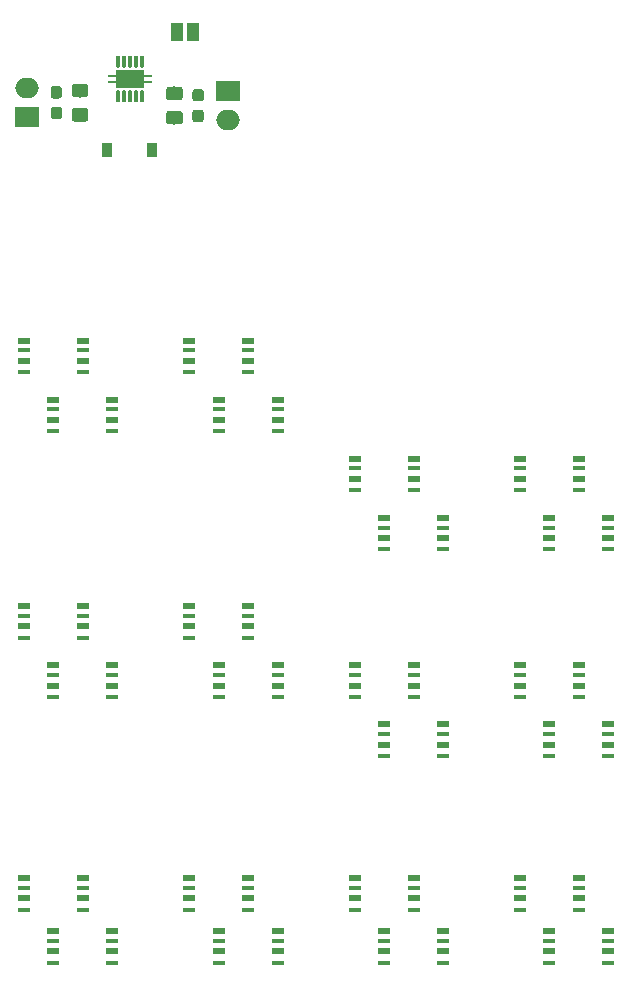
<source format=gts>
G04 #@! TF.GenerationSoftware,KiCad,Pcbnew,(5.0.0)*
G04 #@! TF.CreationDate,2018-11-23T13:39:21+09:00*
G04 #@! TF.ProjectId,LED_hachune_2,4C45445F68616368756E655F322E6B69,rev?*
G04 #@! TF.SameCoordinates,Original*
G04 #@! TF.FileFunction,Soldermask,Top*
G04 #@! TF.FilePolarity,Negative*
%FSLAX46Y46*%
G04 Gerber Fmt 4.6, Leading zero omitted, Abs format (unit mm)*
G04 Created by KiCad (PCBNEW (5.0.0)) date 11/23/18 13:39:21*
%MOMM*%
%LPD*%
G01*
G04 APERTURE LIST*
%ADD10R,1.000000X0.500000*%
%ADD11R,1.000000X0.350000*%
%ADD12R,1.000000X0.600000*%
%ADD13R,1.000000X0.450000*%
%ADD14C,0.100000*%
%ADD15C,0.950000*%
%ADD16R,2.000000X1.700000*%
%ADD17O,2.000000X1.700000*%
%ADD18C,0.600000*%
%ADD19O,0.420000X0.990000*%
%ADD20R,0.420000X0.420000*%
%ADD21R,2.400000X1.650000*%
%ADD22R,1.050000X0.680000*%
%ADD23R,0.500000X0.260000*%
%ADD24R,0.700000X0.280000*%
%ADD25C,1.150000*%
%ADD26R,1.000000X1.500000*%
%ADD27R,0.900000X1.300000*%
G04 APERTURE END LIST*
D10*
G04 #@! TO.C,D37*
X102750000Y-124150000D03*
D11*
X102750000Y-124975000D03*
D12*
X102750000Y-125850000D03*
D13*
X102750000Y-126825000D03*
G04 #@! TD*
G04 #@! TO.C,D38*
X102750000Y-108825000D03*
D12*
X102750000Y-107850000D03*
D11*
X102750000Y-106975000D03*
D10*
X102750000Y-106150000D03*
G04 #@! TD*
G04 #@! TO.C,D39*
X102750000Y-88650000D03*
D11*
X102750000Y-89475000D03*
D12*
X102750000Y-90350000D03*
D13*
X102750000Y-91325000D03*
G04 #@! TD*
G04 #@! TO.C,D40*
X105250000Y-131325000D03*
D12*
X105250000Y-130350000D03*
D11*
X105250000Y-129475000D03*
D10*
X105250000Y-128650000D03*
G04 #@! TD*
G04 #@! TO.C,D41*
X105250000Y-111150000D03*
D11*
X105250000Y-111975000D03*
D12*
X105250000Y-112850000D03*
D13*
X105250000Y-113825000D03*
G04 #@! TD*
G04 #@! TO.C,D42*
X105250000Y-96325000D03*
D12*
X105250000Y-95350000D03*
D11*
X105250000Y-94475000D03*
D10*
X105250000Y-93650000D03*
G04 #@! TD*
D13*
G04 #@! TO.C,D43*
X107750000Y-126825000D03*
D12*
X107750000Y-125850000D03*
D11*
X107750000Y-124975000D03*
D10*
X107750000Y-124150000D03*
G04 #@! TD*
G04 #@! TO.C,D44*
X107750000Y-106150000D03*
D11*
X107750000Y-106975000D03*
D12*
X107750000Y-107850000D03*
D13*
X107750000Y-108825000D03*
G04 #@! TD*
G04 #@! TO.C,D45*
X107750000Y-91325000D03*
D12*
X107750000Y-90350000D03*
D11*
X107750000Y-89475000D03*
D10*
X107750000Y-88650000D03*
G04 #@! TD*
G04 #@! TO.C,D46*
X110250000Y-128650000D03*
D11*
X110250000Y-129475000D03*
D12*
X110250000Y-130350000D03*
D13*
X110250000Y-131325000D03*
G04 #@! TD*
G04 #@! TO.C,D47*
X110250000Y-113825000D03*
D12*
X110250000Y-112850000D03*
D11*
X110250000Y-111975000D03*
D10*
X110250000Y-111150000D03*
G04 #@! TD*
G04 #@! TO.C,D48*
X110250000Y-93650000D03*
D11*
X110250000Y-94475000D03*
D12*
X110250000Y-95350000D03*
D13*
X110250000Y-96325000D03*
G04 #@! TD*
G04 #@! TO.C,D36*
X96250000Y-96325000D03*
D12*
X96250000Y-95350000D03*
D11*
X96250000Y-94475000D03*
D10*
X96250000Y-93650000D03*
G04 #@! TD*
G04 #@! TO.C,D35*
X96250000Y-111150000D03*
D11*
X96250000Y-111975000D03*
D12*
X96250000Y-112850000D03*
D13*
X96250000Y-113825000D03*
G04 #@! TD*
G04 #@! TO.C,D34*
X96250000Y-131325000D03*
D12*
X96250000Y-130350000D03*
D11*
X96250000Y-129475000D03*
D10*
X96250000Y-128650000D03*
G04 #@! TD*
G04 #@! TO.C,D33*
X93750000Y-88650000D03*
D11*
X93750000Y-89475000D03*
D12*
X93750000Y-90350000D03*
D13*
X93750000Y-91325000D03*
G04 #@! TD*
G04 #@! TO.C,D32*
X93750000Y-108825000D03*
D12*
X93750000Y-107850000D03*
D11*
X93750000Y-106975000D03*
D10*
X93750000Y-106150000D03*
G04 #@! TD*
G04 #@! TO.C,D31*
X93750000Y-124150000D03*
D11*
X93750000Y-124975000D03*
D12*
X93750000Y-125850000D03*
D13*
X93750000Y-126825000D03*
G04 #@! TD*
D10*
G04 #@! TO.C,D30*
X91250000Y-93650000D03*
D11*
X91250000Y-94475000D03*
D12*
X91250000Y-95350000D03*
D13*
X91250000Y-96325000D03*
G04 #@! TD*
G04 #@! TO.C,D29*
X91250000Y-113825000D03*
D12*
X91250000Y-112850000D03*
D11*
X91250000Y-111975000D03*
D10*
X91250000Y-111150000D03*
G04 #@! TD*
G04 #@! TO.C,D28*
X91250000Y-128650000D03*
D11*
X91250000Y-129475000D03*
D12*
X91250000Y-130350000D03*
D13*
X91250000Y-131325000D03*
G04 #@! TD*
G04 #@! TO.C,D27*
X88750000Y-91325000D03*
D12*
X88750000Y-90350000D03*
D11*
X88750000Y-89475000D03*
D10*
X88750000Y-88650000D03*
G04 #@! TD*
G04 #@! TO.C,D26*
X88750000Y-106150000D03*
D11*
X88750000Y-106975000D03*
D12*
X88750000Y-107850000D03*
D13*
X88750000Y-108825000D03*
G04 #@! TD*
G04 #@! TO.C,D25*
X88750000Y-126825000D03*
D12*
X88750000Y-125850000D03*
D11*
X88750000Y-124975000D03*
D10*
X88750000Y-124150000D03*
G04 #@! TD*
D13*
G04 #@! TO.C,D24*
X82250000Y-86325000D03*
D12*
X82250000Y-85350000D03*
D11*
X82250000Y-84475000D03*
D10*
X82250000Y-83650000D03*
G04 #@! TD*
G04 #@! TO.C,D23*
X82250000Y-106150000D03*
D11*
X82250000Y-106975000D03*
D12*
X82250000Y-107850000D03*
D13*
X82250000Y-108825000D03*
G04 #@! TD*
G04 #@! TO.C,D22*
X82250000Y-131325000D03*
D12*
X82250000Y-130350000D03*
D11*
X82250000Y-129475000D03*
D10*
X82250000Y-128650000D03*
G04 #@! TD*
G04 #@! TO.C,D21*
X79750000Y-78650000D03*
D11*
X79750000Y-79475000D03*
D12*
X79750000Y-80350000D03*
D13*
X79750000Y-81325000D03*
G04 #@! TD*
G04 #@! TO.C,D20*
X79750000Y-103825000D03*
D12*
X79750000Y-102850000D03*
D11*
X79750000Y-101975000D03*
D10*
X79750000Y-101150000D03*
G04 #@! TD*
G04 #@! TO.C,D19*
X79750000Y-124150000D03*
D11*
X79750000Y-124975000D03*
D12*
X79750000Y-125850000D03*
D13*
X79750000Y-126825000D03*
G04 #@! TD*
D10*
G04 #@! TO.C,D18*
X77250000Y-83650000D03*
D11*
X77250000Y-84475000D03*
D12*
X77250000Y-85350000D03*
D13*
X77250000Y-86325000D03*
G04 #@! TD*
G04 #@! TO.C,D17*
X77250000Y-108825000D03*
D12*
X77250000Y-107850000D03*
D11*
X77250000Y-106975000D03*
D10*
X77250000Y-106150000D03*
G04 #@! TD*
G04 #@! TO.C,D16*
X77250000Y-128650000D03*
D11*
X77250000Y-129475000D03*
D12*
X77250000Y-130350000D03*
D13*
X77250000Y-131325000D03*
G04 #@! TD*
G04 #@! TO.C,D15*
X74750000Y-81325000D03*
D12*
X74750000Y-80350000D03*
D11*
X74750000Y-79475000D03*
D10*
X74750000Y-78650000D03*
G04 #@! TD*
G04 #@! TO.C,D14*
X74750000Y-101150000D03*
D11*
X74750000Y-101975000D03*
D12*
X74750000Y-102850000D03*
D13*
X74750000Y-103825000D03*
G04 #@! TD*
G04 #@! TO.C,D13*
X74750000Y-126825000D03*
D12*
X74750000Y-125850000D03*
D11*
X74750000Y-124975000D03*
D10*
X74750000Y-124150000D03*
G04 #@! TD*
D14*
G04 #@! TO.C,C7*
G36*
X63760779Y-58851144D02*
X63783834Y-58854563D01*
X63806443Y-58860227D01*
X63828387Y-58868079D01*
X63849457Y-58878044D01*
X63869448Y-58890026D01*
X63888168Y-58903910D01*
X63905438Y-58919562D01*
X63921090Y-58936832D01*
X63934974Y-58955552D01*
X63946956Y-58975543D01*
X63956921Y-58996613D01*
X63964773Y-59018557D01*
X63970437Y-59041166D01*
X63973856Y-59064221D01*
X63975000Y-59087500D01*
X63975000Y-59662500D01*
X63973856Y-59685779D01*
X63970437Y-59708834D01*
X63964773Y-59731443D01*
X63956921Y-59753387D01*
X63946956Y-59774457D01*
X63934974Y-59794448D01*
X63921090Y-59813168D01*
X63905438Y-59830438D01*
X63888168Y-59846090D01*
X63869448Y-59859974D01*
X63849457Y-59871956D01*
X63828387Y-59881921D01*
X63806443Y-59889773D01*
X63783834Y-59895437D01*
X63760779Y-59898856D01*
X63737500Y-59900000D01*
X63262500Y-59900000D01*
X63239221Y-59898856D01*
X63216166Y-59895437D01*
X63193557Y-59889773D01*
X63171613Y-59881921D01*
X63150543Y-59871956D01*
X63130552Y-59859974D01*
X63111832Y-59846090D01*
X63094562Y-59830438D01*
X63078910Y-59813168D01*
X63065026Y-59794448D01*
X63053044Y-59774457D01*
X63043079Y-59753387D01*
X63035227Y-59731443D01*
X63029563Y-59708834D01*
X63026144Y-59685779D01*
X63025000Y-59662500D01*
X63025000Y-59087500D01*
X63026144Y-59064221D01*
X63029563Y-59041166D01*
X63035227Y-59018557D01*
X63043079Y-58996613D01*
X63053044Y-58975543D01*
X63065026Y-58955552D01*
X63078910Y-58936832D01*
X63094562Y-58919562D01*
X63111832Y-58903910D01*
X63130552Y-58890026D01*
X63150543Y-58878044D01*
X63171613Y-58868079D01*
X63193557Y-58860227D01*
X63216166Y-58854563D01*
X63239221Y-58851144D01*
X63262500Y-58850000D01*
X63737500Y-58850000D01*
X63760779Y-58851144D01*
X63760779Y-58851144D01*
G37*
D15*
X63500000Y-59375000D03*
D14*
G36*
X63760779Y-57101144D02*
X63783834Y-57104563D01*
X63806443Y-57110227D01*
X63828387Y-57118079D01*
X63849457Y-57128044D01*
X63869448Y-57140026D01*
X63888168Y-57153910D01*
X63905438Y-57169562D01*
X63921090Y-57186832D01*
X63934974Y-57205552D01*
X63946956Y-57225543D01*
X63956921Y-57246613D01*
X63964773Y-57268557D01*
X63970437Y-57291166D01*
X63973856Y-57314221D01*
X63975000Y-57337500D01*
X63975000Y-57912500D01*
X63973856Y-57935779D01*
X63970437Y-57958834D01*
X63964773Y-57981443D01*
X63956921Y-58003387D01*
X63946956Y-58024457D01*
X63934974Y-58044448D01*
X63921090Y-58063168D01*
X63905438Y-58080438D01*
X63888168Y-58096090D01*
X63869448Y-58109974D01*
X63849457Y-58121956D01*
X63828387Y-58131921D01*
X63806443Y-58139773D01*
X63783834Y-58145437D01*
X63760779Y-58148856D01*
X63737500Y-58150000D01*
X63262500Y-58150000D01*
X63239221Y-58148856D01*
X63216166Y-58145437D01*
X63193557Y-58139773D01*
X63171613Y-58131921D01*
X63150543Y-58121956D01*
X63130552Y-58109974D01*
X63111832Y-58096090D01*
X63094562Y-58080438D01*
X63078910Y-58063168D01*
X63065026Y-58044448D01*
X63053044Y-58024457D01*
X63043079Y-58003387D01*
X63035227Y-57981443D01*
X63029563Y-57958834D01*
X63026144Y-57935779D01*
X63025000Y-57912500D01*
X63025000Y-57337500D01*
X63026144Y-57314221D01*
X63029563Y-57291166D01*
X63035227Y-57268557D01*
X63043079Y-57246613D01*
X63053044Y-57225543D01*
X63065026Y-57205552D01*
X63078910Y-57186832D01*
X63094562Y-57169562D01*
X63111832Y-57153910D01*
X63130552Y-57140026D01*
X63150543Y-57128044D01*
X63171613Y-57118079D01*
X63193557Y-57110227D01*
X63216166Y-57104563D01*
X63239221Y-57101144D01*
X63262500Y-57100000D01*
X63737500Y-57100000D01*
X63760779Y-57101144D01*
X63760779Y-57101144D01*
G37*
D15*
X63500000Y-57625000D03*
G04 #@! TD*
D14*
G04 #@! TO.C,C6*
G36*
X75760779Y-59101144D02*
X75783834Y-59104563D01*
X75806443Y-59110227D01*
X75828387Y-59118079D01*
X75849457Y-59128044D01*
X75869448Y-59140026D01*
X75888168Y-59153910D01*
X75905438Y-59169562D01*
X75921090Y-59186832D01*
X75934974Y-59205552D01*
X75946956Y-59225543D01*
X75956921Y-59246613D01*
X75964773Y-59268557D01*
X75970437Y-59291166D01*
X75973856Y-59314221D01*
X75975000Y-59337500D01*
X75975000Y-59912500D01*
X75973856Y-59935779D01*
X75970437Y-59958834D01*
X75964773Y-59981443D01*
X75956921Y-60003387D01*
X75946956Y-60024457D01*
X75934974Y-60044448D01*
X75921090Y-60063168D01*
X75905438Y-60080438D01*
X75888168Y-60096090D01*
X75869448Y-60109974D01*
X75849457Y-60121956D01*
X75828387Y-60131921D01*
X75806443Y-60139773D01*
X75783834Y-60145437D01*
X75760779Y-60148856D01*
X75737500Y-60150000D01*
X75262500Y-60150000D01*
X75239221Y-60148856D01*
X75216166Y-60145437D01*
X75193557Y-60139773D01*
X75171613Y-60131921D01*
X75150543Y-60121956D01*
X75130552Y-60109974D01*
X75111832Y-60096090D01*
X75094562Y-60080438D01*
X75078910Y-60063168D01*
X75065026Y-60044448D01*
X75053044Y-60024457D01*
X75043079Y-60003387D01*
X75035227Y-59981443D01*
X75029563Y-59958834D01*
X75026144Y-59935779D01*
X75025000Y-59912500D01*
X75025000Y-59337500D01*
X75026144Y-59314221D01*
X75029563Y-59291166D01*
X75035227Y-59268557D01*
X75043079Y-59246613D01*
X75053044Y-59225543D01*
X75065026Y-59205552D01*
X75078910Y-59186832D01*
X75094562Y-59169562D01*
X75111832Y-59153910D01*
X75130552Y-59140026D01*
X75150543Y-59128044D01*
X75171613Y-59118079D01*
X75193557Y-59110227D01*
X75216166Y-59104563D01*
X75239221Y-59101144D01*
X75262500Y-59100000D01*
X75737500Y-59100000D01*
X75760779Y-59101144D01*
X75760779Y-59101144D01*
G37*
D15*
X75500000Y-59625000D03*
D14*
G36*
X75760779Y-57351144D02*
X75783834Y-57354563D01*
X75806443Y-57360227D01*
X75828387Y-57368079D01*
X75849457Y-57378044D01*
X75869448Y-57390026D01*
X75888168Y-57403910D01*
X75905438Y-57419562D01*
X75921090Y-57436832D01*
X75934974Y-57455552D01*
X75946956Y-57475543D01*
X75956921Y-57496613D01*
X75964773Y-57518557D01*
X75970437Y-57541166D01*
X75973856Y-57564221D01*
X75975000Y-57587500D01*
X75975000Y-58162500D01*
X75973856Y-58185779D01*
X75970437Y-58208834D01*
X75964773Y-58231443D01*
X75956921Y-58253387D01*
X75946956Y-58274457D01*
X75934974Y-58294448D01*
X75921090Y-58313168D01*
X75905438Y-58330438D01*
X75888168Y-58346090D01*
X75869448Y-58359974D01*
X75849457Y-58371956D01*
X75828387Y-58381921D01*
X75806443Y-58389773D01*
X75783834Y-58395437D01*
X75760779Y-58398856D01*
X75737500Y-58400000D01*
X75262500Y-58400000D01*
X75239221Y-58398856D01*
X75216166Y-58395437D01*
X75193557Y-58389773D01*
X75171613Y-58381921D01*
X75150543Y-58371956D01*
X75130552Y-58359974D01*
X75111832Y-58346090D01*
X75094562Y-58330438D01*
X75078910Y-58313168D01*
X75065026Y-58294448D01*
X75053044Y-58274457D01*
X75043079Y-58253387D01*
X75035227Y-58231443D01*
X75029563Y-58208834D01*
X75026144Y-58185779D01*
X75025000Y-58162500D01*
X75025000Y-57587500D01*
X75026144Y-57564221D01*
X75029563Y-57541166D01*
X75035227Y-57518557D01*
X75043079Y-57496613D01*
X75053044Y-57475543D01*
X75065026Y-57455552D01*
X75078910Y-57436832D01*
X75094562Y-57419562D01*
X75111832Y-57403910D01*
X75130552Y-57390026D01*
X75150543Y-57378044D01*
X75171613Y-57368079D01*
X75193557Y-57360227D01*
X75216166Y-57354563D01*
X75239221Y-57351144D01*
X75262500Y-57350000D01*
X75737500Y-57350000D01*
X75760779Y-57351144D01*
X75760779Y-57351144D01*
G37*
D15*
X75500000Y-57875000D03*
G04 #@! TD*
D16*
G04 #@! TO.C,J12*
X78000000Y-57500000D03*
D17*
X78000000Y-60000000D03*
G04 #@! TD*
G04 #@! TO.C,J13*
X61000000Y-57250000D03*
D16*
X61000000Y-59750000D03*
G04 #@! TD*
D18*
G04 #@! TO.C,U3*
X70500000Y-57000000D03*
X69000000Y-57000000D03*
X69000000Y-56000000D03*
X69750000Y-56500000D03*
X70500000Y-56000000D03*
D19*
X68750000Y-55025000D03*
X69250000Y-55025000D03*
X69750000Y-55025000D03*
D20*
X70250000Y-54740000D03*
X70750000Y-54740000D03*
D19*
X70750000Y-57975000D03*
D20*
X70250000Y-58260000D03*
D19*
X69750000Y-57975000D03*
D20*
X69250000Y-58260000D03*
X68750000Y-58260000D03*
D21*
X69750000Y-56500000D03*
D22*
X70385000Y-56050000D03*
X70385000Y-56950000D03*
X69115000Y-56050000D03*
D23*
X71380000Y-56250000D03*
X71380000Y-56750000D03*
X68120000Y-56250000D03*
D24*
X71300000Y-56250000D03*
X71300000Y-56750000D03*
X68200000Y-56250000D03*
D23*
X68120000Y-56750000D03*
D24*
X68200000Y-56750000D03*
D22*
X69115000Y-56950000D03*
D20*
X68750000Y-54740000D03*
X69250000Y-54740000D03*
X69750000Y-54740000D03*
D19*
X70250000Y-55025000D03*
X70750000Y-55025000D03*
D20*
X70750000Y-58260000D03*
D19*
X70250000Y-57975000D03*
D20*
X69750000Y-58260000D03*
D19*
X69250000Y-57975000D03*
X68750000Y-57975000D03*
G04 #@! TD*
D14*
G04 #@! TO.C,C3*
G36*
X73974505Y-57151204D02*
X73998773Y-57154804D01*
X74022572Y-57160765D01*
X74045671Y-57169030D01*
X74067850Y-57179520D01*
X74088893Y-57192132D01*
X74108599Y-57206747D01*
X74126777Y-57223223D01*
X74143253Y-57241401D01*
X74157868Y-57261107D01*
X74170480Y-57282150D01*
X74180970Y-57304329D01*
X74189235Y-57327428D01*
X74195196Y-57351227D01*
X74198796Y-57375495D01*
X74200000Y-57399999D01*
X74200000Y-58050001D01*
X74198796Y-58074505D01*
X74195196Y-58098773D01*
X74189235Y-58122572D01*
X74180970Y-58145671D01*
X74170480Y-58167850D01*
X74157868Y-58188893D01*
X74143253Y-58208599D01*
X74126777Y-58226777D01*
X74108599Y-58243253D01*
X74088893Y-58257868D01*
X74067850Y-58270480D01*
X74045671Y-58280970D01*
X74022572Y-58289235D01*
X73998773Y-58295196D01*
X73974505Y-58298796D01*
X73950001Y-58300000D01*
X73049999Y-58300000D01*
X73025495Y-58298796D01*
X73001227Y-58295196D01*
X72977428Y-58289235D01*
X72954329Y-58280970D01*
X72932150Y-58270480D01*
X72911107Y-58257868D01*
X72891401Y-58243253D01*
X72873223Y-58226777D01*
X72856747Y-58208599D01*
X72842132Y-58188893D01*
X72829520Y-58167850D01*
X72819030Y-58145671D01*
X72810765Y-58122572D01*
X72804804Y-58098773D01*
X72801204Y-58074505D01*
X72800000Y-58050001D01*
X72800000Y-57399999D01*
X72801204Y-57375495D01*
X72804804Y-57351227D01*
X72810765Y-57327428D01*
X72819030Y-57304329D01*
X72829520Y-57282150D01*
X72842132Y-57261107D01*
X72856747Y-57241401D01*
X72873223Y-57223223D01*
X72891401Y-57206747D01*
X72911107Y-57192132D01*
X72932150Y-57179520D01*
X72954329Y-57169030D01*
X72977428Y-57160765D01*
X73001227Y-57154804D01*
X73025495Y-57151204D01*
X73049999Y-57150000D01*
X73950001Y-57150000D01*
X73974505Y-57151204D01*
X73974505Y-57151204D01*
G37*
D25*
X73500000Y-57725000D03*
D14*
G36*
X73974505Y-59201204D02*
X73998773Y-59204804D01*
X74022572Y-59210765D01*
X74045671Y-59219030D01*
X74067850Y-59229520D01*
X74088893Y-59242132D01*
X74108599Y-59256747D01*
X74126777Y-59273223D01*
X74143253Y-59291401D01*
X74157868Y-59311107D01*
X74170480Y-59332150D01*
X74180970Y-59354329D01*
X74189235Y-59377428D01*
X74195196Y-59401227D01*
X74198796Y-59425495D01*
X74200000Y-59449999D01*
X74200000Y-60100001D01*
X74198796Y-60124505D01*
X74195196Y-60148773D01*
X74189235Y-60172572D01*
X74180970Y-60195671D01*
X74170480Y-60217850D01*
X74157868Y-60238893D01*
X74143253Y-60258599D01*
X74126777Y-60276777D01*
X74108599Y-60293253D01*
X74088893Y-60307868D01*
X74067850Y-60320480D01*
X74045671Y-60330970D01*
X74022572Y-60339235D01*
X73998773Y-60345196D01*
X73974505Y-60348796D01*
X73950001Y-60350000D01*
X73049999Y-60350000D01*
X73025495Y-60348796D01*
X73001227Y-60345196D01*
X72977428Y-60339235D01*
X72954329Y-60330970D01*
X72932150Y-60320480D01*
X72911107Y-60307868D01*
X72891401Y-60293253D01*
X72873223Y-60276777D01*
X72856747Y-60258599D01*
X72842132Y-60238893D01*
X72829520Y-60217850D01*
X72819030Y-60195671D01*
X72810765Y-60172572D01*
X72804804Y-60148773D01*
X72801204Y-60124505D01*
X72800000Y-60100001D01*
X72800000Y-59449999D01*
X72801204Y-59425495D01*
X72804804Y-59401227D01*
X72810765Y-59377428D01*
X72819030Y-59354329D01*
X72829520Y-59332150D01*
X72842132Y-59311107D01*
X72856747Y-59291401D01*
X72873223Y-59273223D01*
X72891401Y-59256747D01*
X72911107Y-59242132D01*
X72932150Y-59229520D01*
X72954329Y-59219030D01*
X72977428Y-59210765D01*
X73001227Y-59204804D01*
X73025495Y-59201204D01*
X73049999Y-59200000D01*
X73950001Y-59200000D01*
X73974505Y-59201204D01*
X73974505Y-59201204D01*
G37*
D25*
X73500000Y-59775000D03*
G04 #@! TD*
D14*
G04 #@! TO.C,C4*
G36*
X65974505Y-56901204D02*
X65998773Y-56904804D01*
X66022572Y-56910765D01*
X66045671Y-56919030D01*
X66067850Y-56929520D01*
X66088893Y-56942132D01*
X66108599Y-56956747D01*
X66126777Y-56973223D01*
X66143253Y-56991401D01*
X66157868Y-57011107D01*
X66170480Y-57032150D01*
X66180970Y-57054329D01*
X66189235Y-57077428D01*
X66195196Y-57101227D01*
X66198796Y-57125495D01*
X66200000Y-57149999D01*
X66200000Y-57800001D01*
X66198796Y-57824505D01*
X66195196Y-57848773D01*
X66189235Y-57872572D01*
X66180970Y-57895671D01*
X66170480Y-57917850D01*
X66157868Y-57938893D01*
X66143253Y-57958599D01*
X66126777Y-57976777D01*
X66108599Y-57993253D01*
X66088893Y-58007868D01*
X66067850Y-58020480D01*
X66045671Y-58030970D01*
X66022572Y-58039235D01*
X65998773Y-58045196D01*
X65974505Y-58048796D01*
X65950001Y-58050000D01*
X65049999Y-58050000D01*
X65025495Y-58048796D01*
X65001227Y-58045196D01*
X64977428Y-58039235D01*
X64954329Y-58030970D01*
X64932150Y-58020480D01*
X64911107Y-58007868D01*
X64891401Y-57993253D01*
X64873223Y-57976777D01*
X64856747Y-57958599D01*
X64842132Y-57938893D01*
X64829520Y-57917850D01*
X64819030Y-57895671D01*
X64810765Y-57872572D01*
X64804804Y-57848773D01*
X64801204Y-57824505D01*
X64800000Y-57800001D01*
X64800000Y-57149999D01*
X64801204Y-57125495D01*
X64804804Y-57101227D01*
X64810765Y-57077428D01*
X64819030Y-57054329D01*
X64829520Y-57032150D01*
X64842132Y-57011107D01*
X64856747Y-56991401D01*
X64873223Y-56973223D01*
X64891401Y-56956747D01*
X64911107Y-56942132D01*
X64932150Y-56929520D01*
X64954329Y-56919030D01*
X64977428Y-56910765D01*
X65001227Y-56904804D01*
X65025495Y-56901204D01*
X65049999Y-56900000D01*
X65950001Y-56900000D01*
X65974505Y-56901204D01*
X65974505Y-56901204D01*
G37*
D25*
X65500000Y-57475000D03*
D14*
G36*
X65974505Y-58951204D02*
X65998773Y-58954804D01*
X66022572Y-58960765D01*
X66045671Y-58969030D01*
X66067850Y-58979520D01*
X66088893Y-58992132D01*
X66108599Y-59006747D01*
X66126777Y-59023223D01*
X66143253Y-59041401D01*
X66157868Y-59061107D01*
X66170480Y-59082150D01*
X66180970Y-59104329D01*
X66189235Y-59127428D01*
X66195196Y-59151227D01*
X66198796Y-59175495D01*
X66200000Y-59199999D01*
X66200000Y-59850001D01*
X66198796Y-59874505D01*
X66195196Y-59898773D01*
X66189235Y-59922572D01*
X66180970Y-59945671D01*
X66170480Y-59967850D01*
X66157868Y-59988893D01*
X66143253Y-60008599D01*
X66126777Y-60026777D01*
X66108599Y-60043253D01*
X66088893Y-60057868D01*
X66067850Y-60070480D01*
X66045671Y-60080970D01*
X66022572Y-60089235D01*
X65998773Y-60095196D01*
X65974505Y-60098796D01*
X65950001Y-60100000D01*
X65049999Y-60100000D01*
X65025495Y-60098796D01*
X65001227Y-60095196D01*
X64977428Y-60089235D01*
X64954329Y-60080970D01*
X64932150Y-60070480D01*
X64911107Y-60057868D01*
X64891401Y-60043253D01*
X64873223Y-60026777D01*
X64856747Y-60008599D01*
X64842132Y-59988893D01*
X64829520Y-59967850D01*
X64819030Y-59945671D01*
X64810765Y-59922572D01*
X64804804Y-59898773D01*
X64801204Y-59874505D01*
X64800000Y-59850001D01*
X64800000Y-59199999D01*
X64801204Y-59175495D01*
X64804804Y-59151227D01*
X64810765Y-59127428D01*
X64819030Y-59104329D01*
X64829520Y-59082150D01*
X64842132Y-59061107D01*
X64856747Y-59041401D01*
X64873223Y-59023223D01*
X64891401Y-59006747D01*
X64911107Y-58992132D01*
X64932150Y-58979520D01*
X64954329Y-58969030D01*
X64977428Y-58960765D01*
X65001227Y-58954804D01*
X65025495Y-58951204D01*
X65049999Y-58950000D01*
X65950001Y-58950000D01*
X65974505Y-58951204D01*
X65974505Y-58951204D01*
G37*
D25*
X65500000Y-59525000D03*
G04 #@! TD*
D26*
G04 #@! TO.C,JP1*
X73750000Y-52500000D03*
X75050000Y-52500000D03*
G04 #@! TD*
D27*
G04 #@! TO.C,L1*
X67750000Y-62500000D03*
X71600000Y-62500000D03*
G04 #@! TD*
D10*
G04 #@! TO.C,D1*
X60750000Y-124150000D03*
D11*
X60750000Y-124975000D03*
D12*
X60750000Y-125850000D03*
D13*
X60750000Y-126825000D03*
G04 #@! TD*
G04 #@! TO.C,D2*
X60750000Y-103825000D03*
D12*
X60750000Y-102850000D03*
D11*
X60750000Y-101975000D03*
D10*
X60750000Y-101150000D03*
G04 #@! TD*
G04 #@! TO.C,D3*
X60750000Y-78650000D03*
D11*
X60750000Y-79475000D03*
D12*
X60750000Y-80350000D03*
D13*
X60750000Y-81325000D03*
G04 #@! TD*
G04 #@! TO.C,D4*
X63250000Y-131325000D03*
D12*
X63250000Y-130350000D03*
D11*
X63250000Y-129475000D03*
D10*
X63250000Y-128650000D03*
G04 #@! TD*
G04 #@! TO.C,D5*
X63250000Y-106150000D03*
D11*
X63250000Y-106975000D03*
D12*
X63250000Y-107850000D03*
D13*
X63250000Y-108825000D03*
G04 #@! TD*
G04 #@! TO.C,D6*
X63250000Y-86325000D03*
D12*
X63250000Y-85350000D03*
D11*
X63250000Y-84475000D03*
D10*
X63250000Y-83650000D03*
G04 #@! TD*
D13*
G04 #@! TO.C,D7*
X65750000Y-126825000D03*
D12*
X65750000Y-125850000D03*
D11*
X65750000Y-124975000D03*
D10*
X65750000Y-124150000D03*
G04 #@! TD*
G04 #@! TO.C,D8*
X65750000Y-101150000D03*
D11*
X65750000Y-101975000D03*
D12*
X65750000Y-102850000D03*
D13*
X65750000Y-103825000D03*
G04 #@! TD*
G04 #@! TO.C,D9*
X65750000Y-81325000D03*
D12*
X65750000Y-80350000D03*
D11*
X65750000Y-79475000D03*
D10*
X65750000Y-78650000D03*
G04 #@! TD*
G04 #@! TO.C,D10*
X68250000Y-128650000D03*
D11*
X68250000Y-129475000D03*
D12*
X68250000Y-130350000D03*
D13*
X68250000Y-131325000D03*
G04 #@! TD*
G04 #@! TO.C,D11*
X68250000Y-108825000D03*
D12*
X68250000Y-107850000D03*
D11*
X68250000Y-106975000D03*
D10*
X68250000Y-106150000D03*
G04 #@! TD*
G04 #@! TO.C,D12*
X68250000Y-83650000D03*
D11*
X68250000Y-84475000D03*
D12*
X68250000Y-85350000D03*
D13*
X68250000Y-86325000D03*
G04 #@! TD*
M02*

</source>
